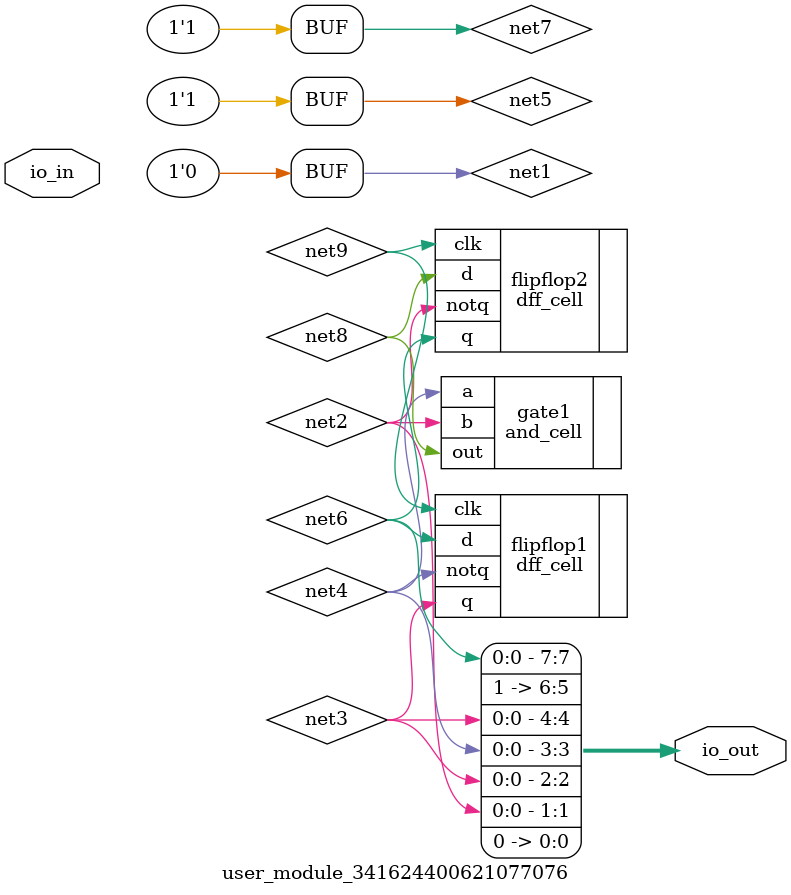
<source format=v>

/* Automatically generated from https://wokwi.com/projects/341624400621077076 */

`default_nettype none

module user_module_341624400621077076(
  input [7:0] io_in,
  output [7:0] io_out
);
  wire net1 = 1'b0;
  wire net2;
  wire net3;
  wire net4;
  wire net5 = 1'b1;
  wire net6;
  wire net7 = 1'b1;
  wire net8;
  wire net9;

  assign io_out[0] = net1;
  assign io_out[1] = net2;
  assign io_out[2] = net3;
  assign io_out[3] = net4;
  assign io_out[4] = net3;
  assign io_out[5] = net5;
  assign io_out[6] = net5;
  assign io_out[7] = net6;

  and_cell gate1 (
    .a (net4),
    .b (net2),
    .out (net8)
  );
  dff_cell flipflop1 (
    .d (net6),
    .clk (net9),
    .q (net3),
    .notq (net4)
  );
  dff_cell flipflop2 (
    .d (net8),
    .clk (net9),
    .q (net6),
    .notq (net2)
  );
endmodule

</source>
